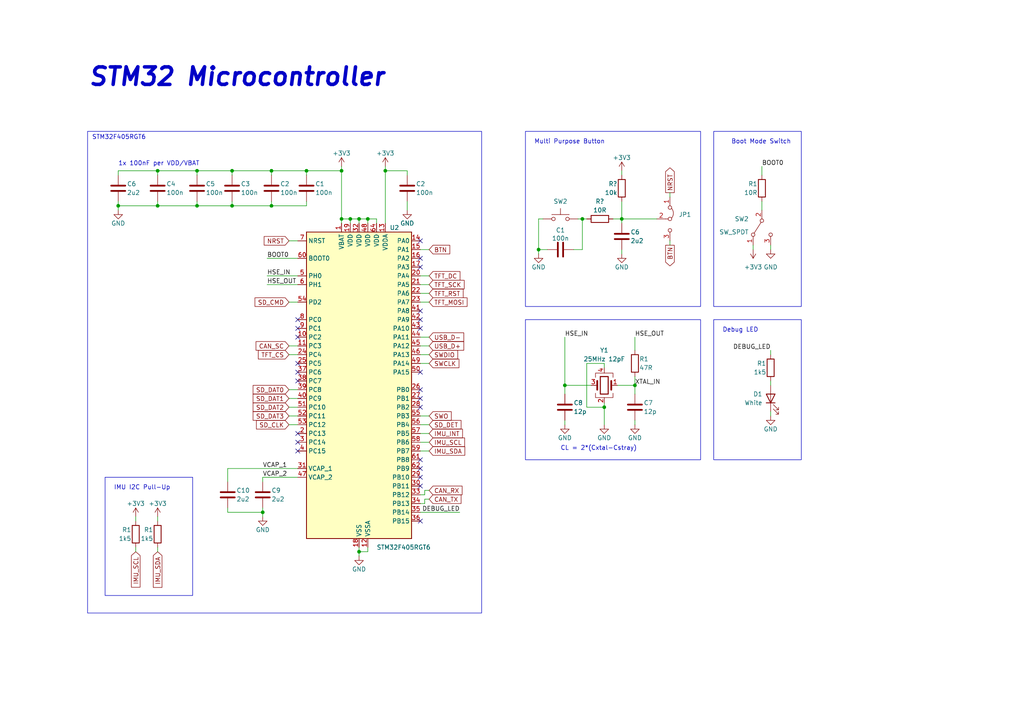
<source format=kicad_sch>
(kicad_sch (version 20230121) (generator eeschema)
  (paper "A4")
  (title_block (title "ST32 Microcontroller") (date "2023-08-02") (rev "R1") (company "s-grundner"))
  (lib_symbols
    (symbol "Device:C" (pin_numbers hide) (pin_names (offset 0.254))
      (property "Reference" "C" (at 0.635 2.54 0))
      (property "Value" "C" (at 0.635 -2.54 0))
      (symbol "C_0_1"
        (polyline (pts (xy -2.032 -0.762) (xy 2.032 -0.762)) (stroke (width 0.508)))
        (polyline (pts (xy -2.032 0.762) (xy 2.032 0.762)) (stroke (width 0.508)))
      )
      (symbol "C_1_1"
        (pin passive line (at 0 3.81 270) (length 2.794) (name "~") (number "1"))
        (pin passive line (at 0 -3.81 90) (length 2.794) (name "~") (number "2"))
      )
    )
    (symbol "Device:Crystal_GND24" (pin_names (offset 1.016) hide)
      (property "Reference" "Y" (at 3.175 5.08 0))
      (property "Value" "Crystal_GND24" (at 3.175 3.175 0))
      (symbol "Crystal_GND24_0_1"
        (rectangle (start -1.143 2.54) (end 1.143 -2.54) (stroke (width 0.3048)))
        (polyline (pts (xy -2.54 0) (xy -2.032 0)))
        (polyline (pts (xy -2.032 -1.27) (xy -2.032 1.27)) (stroke (width 0.508)))
        (polyline (pts (xy 0 -3.81) (xy 0 -3.556)))
        (polyline (pts (xy 0 3.556) (xy 0 3.81)))
        (polyline (pts (xy 2.032 -1.27) (xy 2.032 1.27)) (stroke (width 0.508)))
        (polyline (pts (xy 2.032 0) (xy 2.54 0)))
        (polyline (pts (xy -2.54 -2.286) (xy -2.54 -3.556) (xy 2.54 -3.556) (xy 2.54 -2.286)))
        (polyline (pts (xy -2.54 2.286) (xy -2.54 3.556) (xy 2.54 3.556) (xy 2.54 2.286)))
      )
      (symbol "Crystal_GND24_1_1"
        (pin passive line (at -3.81 0 0) (length 1.27) (name "1") (number "1"))
        (pin passive line (at 0 5.08 270) (length 1.27) (name "2") (number "2"))
        (pin passive line (at 3.81 0 180) (length 1.27) (name "3") (number "3"))
        (pin passive line (at 0 -5.08 90) (length 1.27) (name "4") (number "4"))
      )
    )
    (symbol "Device:LED" (pin_numbers hide) (pin_names (offset 1.016) hide)
      (property "Reference" "D" (at 0 2.54 0))
      (property "Value" "LED" (at 0 -2.54 0))
      (symbol "LED_0_1"
        (polyline (pts (xy -1.27 -1.27) (xy -1.27 1.27)) (stroke (width 0.254)))
        (polyline (pts (xy -1.27 0) (xy 1.27 0)))
        (polyline (pts (xy 1.27 -1.27) (xy 1.27 1.27) (xy -1.27 0) (xy 1.27 -1.27)) (stroke (width 0.254)))
        (polyline (pts (xy -3.048 -0.762) (xy -4.572 -2.286) (xy -3.81 -2.286) (xy -4.572 -2.286) (xy -4.572 -1.524)))
        (polyline (pts (xy -1.778 -0.762) (xy -3.302 -2.286) (xy -2.54 -2.286) (xy -3.302 -2.286) (xy -3.302 -1.524)))
      )
      (symbol "LED_1_1"
        (pin passive line (at -3.81 0 0) (length 2.54) (name "K") (number "1"))
        (pin passive line (at 3.81 0 180) (length 2.54) (name "A") (number "2"))
      )
    )
    (symbol "Device:R" (pin_numbers hide) (pin_names (offset 0))
      (property "Reference" "R" (at 2.032 0 90))
      (property "Value" "R" (at 0 0 90))
      (symbol "R_0_1"
        (rectangle (start -1.016 -2.54) (end 1.016 2.54) (stroke (width 0.254)))
      )
      (symbol "R_1_1"
        (pin passive line (at 0 3.81 270) (length 1.27) (name "~") (number "1"))
        (pin passive line (at 0 -3.81 90) (length 1.27) (name "~") (number "2"))
      )
    )
    (symbol "Jumper:Jumper_3_Bridged12" (pin_names (offset 0) hide)
      (property "Reference" "JP" (at -2.54 -2.54 0))
      (property "Value" "Jumper_3_Bridged12" (at 0 2.794 0))
      (symbol "Jumper_3_Bridged12_0_0"
        (circle (center -3.302 0) (radius 0.508))
        (circle (center 0 0) (radius 0.508))
        (circle (center 3.302 0) (radius 0.508))
      )
      (symbol "Jumper_3_Bridged12_0_1"
        (arc (start -0.254 0.508) (mid -1.651 0.9912) (end -3.048 0.508))
        (polyline (pts (xy 0 -1.27) (xy 0 -0.508)))
      )
      (symbol "Jumper_3_Bridged12_1_1"
        (pin passive line (at -6.35 0 0) (length 2.54) (name "A") (number "1"))
        (pin passive line (at 0 -3.81 90) (length 2.54) (name "C") (number "2"))
        (pin passive line (at 6.35 0 180) (length 2.54) (name "B") (number "3"))
      )
    )
    (symbol "MCU_ST_STM32F4:STM32F405RGTx"
      (property "Reference" "U" (at -15.24 46.99 0))
      (property "Value" "STM32F405RGTx" (at 10.16 46.99 0))
      (symbol "STM32F405RGTx_0_1"
        (rectangle (start -15.24 -43.18) (end 15.24 45.72) (stroke (width 0.254)) (fill (type background)))
      )
      (symbol "STM32F405RGTx_1_1"
        (pin power_in line (at -5.08 48.26 270) (length 2.54) (name "VBAT") (number "1"))
        (pin bidirectional line (at -17.78 15.24 0) (length 2.54) (name "PC2") (number "10"))
        (pin bidirectional line (at -17.78 12.7 0) (length 2.54) (name "PC3") (number "11"))
        (pin power_in line (at 2.54 -45.72 90) (length 2.54) (name "VSSA") (number "12"))
        (pin power_in line (at 7.62 48.26 270) (length 2.54) (name "VDDA") (number "13"))
        (pin bidirectional line (at 17.78 43.18 180) (length 2.54) (name "PA0") (number "14"))
        (pin bidirectional line (at 17.78 40.64 180) (length 2.54) (name "PA1") (number "15"))
        (pin bidirectional line (at 17.78 38.1 180) (length 2.54) (name "PA2") (number "16"))
        (pin bidirectional line (at 17.78 35.56 180) (length 2.54) (name "PA3") (number "17"))
        (pin power_in line (at 0 -45.72 90) (length 2.54) (name "VSS") (number "18"))
        (pin power_in line (at -2.54 48.26 270) (length 2.54) (name "VDD") (number "19"))
        (pin bidirectional line (at -17.78 -12.7 0) (length 2.54) (name "PC13") (number "2"))
        (pin bidirectional line (at 17.78 33.02 180) (length 2.54) (name "PA4") (number "20"))
        (pin bidirectional line (at 17.78 30.48 180) (length 2.54) (name "PA5") (number "21"))
        (pin bidirectional line (at 17.78 27.94 180) (length 2.54) (name "PA6") (number "22"))
        (pin bidirectional line (at 17.78 25.4 180) (length 2.54) (name "PA7") (number "23"))
        (pin bidirectional line (at -17.78 10.16 0) (length 2.54) (name "PC4") (number "24"))
        (pin bidirectional line (at -17.78 7.62 0) (length 2.54) (name "PC5") (number "25"))
        (pin bidirectional line (at 17.78 0 180) (length 2.54) (name "PB0") (number "26"))
        (pin bidirectional line (at 17.78 -2.54 180) (length 2.54) (name "PB1") (number "27"))
        (pin bidirectional line (at 17.78 -5.08 180) (length 2.54) (name "PB2") (number "28"))
        (pin bidirectional line (at 17.78 -25.4 180) (length 2.54) (name "PB10") (number "29"))
        (pin bidirectional line (at -17.78 -15.24 0) (length 2.54) (name "PC14") (number "3"))
        (pin bidirectional line (at 17.78 -27.94 180) (length 2.54) (name "PB11") (number "30"))
        (pin power_out line (at -17.78 -22.86 0) (length 2.54) (name "VCAP_1") (number "31"))
        (pin power_in line (at 0 48.26 270) (length 2.54) (name "VDD") (number "32"))
        (pin bidirectional line (at 17.78 -30.48 180) (length 2.54) (name "PB12") (number "33"))
        (pin bidirectional line (at 17.78 -33.02 180) (length 2.54) (name "PB13") (number "34"))
        (pin bidirectional line (at 17.78 -35.56 180) (length 2.54) (name "PB14") (number "35"))
        (pin bidirectional line (at 17.78 -38.1 180) (length 2.54) (name "PB15") (number "36"))
        (pin bidirectional line (at -17.78 5.08 0) (length 2.54) (name "PC6") (number "37"))
        (pin bidirectional line (at -17.78 2.54 0) (length 2.54) (name "PC7") (number "38"))
        (pin bidirectional line (at -17.78 0 0) (length 2.54) (name "PC8") (number "39"))
        (pin bidirectional line (at -17.78 -17.78 0) (length 2.54) (name "PC15") (number "4"))
        (pin bidirectional line (at -17.78 -2.54 0) (length 2.54) (name "PC9") (number "40"))
        (pin bidirectional line (at 17.78 22.86 180) (length 2.54) (name "PA8") (number "41"))
        (pin bidirectional line (at 17.78 20.32 180) (length 2.54) (name "PA9") (number "42"))
        (pin bidirectional line (at 17.78 17.78 180) (length 2.54) (name "PA10") (number "43"))
        (pin bidirectional line (at 17.78 15.24 180) (length 2.54) (name "PA11") (number "44"))
        (pin bidirectional line (at 17.78 12.7 180) (length 2.54) (name "PA12") (number "45"))
        (pin bidirectional line (at 17.78 10.16 180) (length 2.54) (name "PA13") (number "46"))
        (pin power_out line (at -17.78 -25.4 0) (length 2.54) (name "VCAP_2") (number "47"))
        (pin power_in line (at 2.54 48.26 270) (length 2.54) (name "VDD") (number "48"))
        (pin bidirectional line (at 17.78 7.62 180) (length 2.54) (name "PA14") (number "49"))
        (pin bidirectional line (at -17.78 33.02 0) (length 2.54) (name "PH0") (number "5"))
        (pin bidirectional line (at 17.78 5.08 180) (length 2.54) (name "PA15") (number "50"))
        (pin bidirectional line (at -17.78 -5.08 0) (length 2.54) (name "PC10") (number "51"))
        (pin bidirectional line (at -17.78 -7.62 0) (length 2.54) (name "PC11") (number "52"))
        (pin bidirectional line (at -17.78 -10.16 0) (length 2.54) (name "PC12") (number "53"))
        (pin bidirectional line (at -17.78 25.4 0) (length 2.54) (name "PD2") (number "54"))
        (pin bidirectional line (at 17.78 -7.62 180) (length 2.54) (name "PB3") (number "55"))
        (pin bidirectional line (at 17.78 -10.16 180) (length 2.54) (name "PB4") (number "56"))
        (pin bidirectional line (at 17.78 -12.7 180) (length 2.54) (name "PB5") (number "57"))
        (pin bidirectional line (at 17.78 -15.24 180) (length 2.54) (name "PB6") (number "58"))
        (pin bidirectional line (at 17.78 -17.78 180) (length 2.54) (name "PB7") (number "59"))
        (pin bidirectional line (at -17.78 30.48 0) (length 2.54) (name "PH1") (number "6"))
        (pin input line (at -17.78 38.1 0) (length 2.54) (name "BOOT0") (number "60"))
        (pin bidirectional line (at 17.78 -20.32 180) (length 2.54) (name "PB8") (number "61"))
        (pin bidirectional line (at 17.78 -22.86 180) (length 2.54) (name "PB9") (number "62"))
        (pin passive line (at 0 -45.72 90) (length 2.54) hide (name "VSS") (number "63"))
        (pin power_in line (at 5.08 48.26 270) (length 2.54) (name "VDD") (number "64"))
        (pin input line (at -17.78 43.18 0) (length 2.54) (name "NRST") (number "7"))
        (pin bidirectional line (at -17.78 20.32 0) (length 2.54) (name "PC0") (number "8"))
        (pin bidirectional line (at -17.78 17.78 0) (length 2.54) (name "PC1") (number "9"))
      )
    )
    (symbol "Switch:SW_Omron_B3FS" (pin_numbers hide) (pin_names (offset 1.016) hide)
      (property "Reference" "SW" (at 1.27 2.54 0))
      (property "Value" "SW_Omron_B3FS" (at 0 -1.524 0))
      (symbol "SW_Omron_B3FS_0_1"
        (circle (center -2.032 0) (radius 0.508))
        (polyline (pts (xy 0 1.27) (xy 0 3.048)))
        (polyline (pts (xy 2.54 1.27) (xy -2.54 1.27)))
        (circle (center 2.032 0) (radius 0.508))
        (pin passive line (at -5.08 0 0) (length 2.54) (name "1") (number "1"))
        (pin passive line (at 5.08 0 180) (length 2.54) (name "2") (number "2"))
      )
    )
    (symbol "Switch:SW_SPDT" (pin_names (offset 0) hide)
      (property "Reference" "SW" (at 0 4.318 0))
      (property "Value" "SW_SPDT" (at 0 -5.08 0))
      (symbol "SW_SPDT_0_0"
        (circle (center -2.032 0) (radius 0.508))
        (circle (center 2.032 -2.54) (radius 0.508))
      )
      (symbol "SW_SPDT_0_1"
        (polyline (pts (xy -1.524 0.254) (xy 1.651 2.286)))
        (circle (center 2.032 2.54) (radius 0.508))
      )
      (symbol "SW_SPDT_1_1"
        (pin passive line (at 5.08 2.54 180) (length 2.54) (name "A") (number "1"))
        (pin passive line (at -5.08 0 0) (length 2.54) (name "B") (number "2"))
        (pin passive line (at 5.08 -2.54 180) (length 2.54) (name "C") (number "3"))
      )
    )
    (symbol "power:+3V3" (power) (pin_names (offset 0))
      (property "Value" "+3V3" (at 0 3.556 0))
      (symbol "+3V3_0_1"
        (polyline (pts (xy -0.762 1.27) (xy 0 2.54)))
        (polyline (pts (xy 0 0) (xy 0 2.54)))
        (polyline (pts (xy 0 2.54) (xy 0.762 1.27)))
      )
      (symbol "+3V3_1_1"
        (pin power_in line (at 0 0 90) (length 0) hide (name "+3V3") (number "1"))
      )
    )
    (symbol "power:GND" (power) (pin_names (offset 0))
      (property "Value" "GND" (at 0 -3.81 0))
      (symbol "GND_0_1"
        (polyline (pts (xy 0 0) (xy 0 -1.27) (xy 1.27 -1.27) (xy 0 -2.54) (xy -1.27 -1.27) (xy 0 -1.27)))
      )
      (symbol "GND_1_1"
        (pin power_in line (at 0 0 270) (length 0) hide (name "GND") (number "1"))
      )
    )
  )
  (junction (at 76.2 148.59))
  (junction (at 163.83 111.76))
  (junction (at 156.21 72.39))
  (junction (at 168.91 63.5))
  (junction (at 78.74 59.69))
  (junction (at 99.06 49.53))
  (junction (at 88.9 49.53))
  (junction (at 67.31 49.53))
  (junction (at 45.72 49.53))
  (junction (at 180.34 63.5))
  (junction (at 45.72 59.69))
  (junction (at 78.74 49.53))
  (junction (at 104.14 63.5))
  (junction (at 106.68 63.5))
  (junction (at 57.15 49.53))
  (junction (at 104.14 160.02))
  (junction (at 67.31 59.69))
  (junction (at 184.15 111.76))
  (junction (at 34.29 59.69))
  (junction (at 111.76 49.53))
  (junction (at 99.06 63.5))
  (junction (at 57.15 59.69))
  (junction (at 175.26 118.11))
  (junction (at 101.6 63.5))
  (no_connect (at 121.92 135.89))
  (no_connect (at 86.36 128.27))
  (no_connect (at 121.92 113.03))
  (no_connect (at 86.36 95.25))
  (no_connect (at 86.36 107.95))
  (no_connect (at 121.92 115.57))
  (no_connect (at 86.36 110.49))
  (no_connect (at 86.36 130.81))
  (no_connect (at 121.92 138.43))
  (no_connect (at 121.92 118.11))
  (no_connect (at 121.92 107.95))
  (no_connect (at 121.92 140.97))
  (no_connect (at 121.92 151.13))
  (no_connect (at 121.92 92.71))
  (no_connect (at 121.92 95.25))
  (no_connect (at 86.36 92.71))
  (no_connect (at 86.36 97.79))
  (no_connect (at 86.36 125.73))
  (no_connect (at 121.92 77.47))
  (no_connect (at 121.92 74.93))
  (no_connect (at 121.92 69.85))
  (no_connect (at 121.92 90.17))
  (no_connect (at 121.92 133.35))
  (no_connect (at 86.36 105.41))
  (wire (pts (xy 124.46 80.01) (xy 121.92 80.01)))
  (wire (pts (xy 175.26 118.11) (xy 175.26 123.19)))
  (wire (pts (xy 66.04 148.59) (xy 76.2 148.59)))
  (wire (pts (xy 39.37 158.75) (xy 39.37 160.02)))
  (wire (pts (xy 34.29 59.69) (xy 34.29 58.42)))
  (wire (pts (xy 34.29 59.69) (xy 34.29 60.96)))
  (wire (pts (xy 123.19 142.24) (xy 123.19 143.51)))
  (wire (pts (xy 76.2 148.59) (xy 76.2 147.32)))
  (wire (pts (xy 88.9 58.42) (xy 88.9 59.69)))
  (wire (pts (xy 104.14 63.5) (xy 104.14 64.77)))
  (wire (pts (xy 45.72 58.42) (xy 45.72 59.69)))
  (wire (pts (xy 34.29 49.53) (xy 34.29 50.8)))
  (wire (pts (xy 194.31 55.88) (xy 194.31 57.15)))
  (wire (pts (xy 78.74 58.42) (xy 78.74 59.69)))
  (wire (pts (xy 124.46 97.79) (xy 121.92 97.79)))
  (wire (pts (xy 45.72 149.86) (xy 45.72 151.13)))
  (wire (pts (xy 184.15 111.76) (xy 184.15 114.3)))
  (wire (pts (xy 124.46 100.33) (xy 121.92 100.33)))
  (wire (pts (xy 45.72 49.53) (xy 34.29 49.53)))
  (wire (pts (xy 121.92 82.55) (xy 124.46 82.55)))
  (wire (pts (xy 104.14 160.02) (xy 106.68 160.02)))
  (wire (pts (xy 124.46 87.63) (xy 121.92 87.63)))
  (wire (pts (xy 109.22 63.5) (xy 109.22 64.77)))
  (wire (pts (xy 111.76 49.53) (xy 111.76 64.77)))
  (wire (pts (xy 175.26 105.41) (xy 175.26 106.68)))
  (wire (pts (xy 67.31 49.53) (xy 57.15 49.53)))
  (wire (pts (xy 194.31 71.12) (xy 194.31 69.85)))
  (wire (pts (xy 156.21 63.5) (xy 157.48 63.5)))
  (wire (pts (xy 220.98 48.26) (xy 220.98 50.8)))
  (wire (pts (xy 99.06 49.53) (xy 99.06 63.5)))
  (wire (pts (xy 106.68 158.75) (xy 106.68 160.02)))
  (wire (pts (xy 78.74 49.53) (xy 67.31 49.53)))
  (wire (pts (xy 57.15 59.69) (xy 45.72 59.69)))
  (wire (pts (xy 106.68 63.5) (xy 106.68 64.77)))
  (wire (pts (xy 175.26 116.84) (xy 175.26 118.11)))
  (wire (pts (xy 124.46 128.27) (xy 121.92 128.27)))
  (wire (pts (xy 111.76 48.26) (xy 111.76 49.53)))
  (wire (pts (xy 83.82 120.65) (xy 86.36 120.65)))
  (wire (pts (xy 156.21 72.39) (xy 156.21 73.66)))
  (wire (pts (xy 179.07 111.76) (xy 184.15 111.76)))
  (wire (pts (xy 163.83 111.76) (xy 163.83 114.3)))
  (wire (pts (xy 124.46 105.41) (xy 121.92 105.41)))
  (wire (pts (xy 124.46 120.65) (xy 121.92 120.65)))
  (wire (pts (xy 124.46 125.73) (xy 121.92 125.73)))
  (wire (pts (xy 83.82 115.57) (xy 86.36 115.57)))
  (wire (pts (xy 45.72 49.53) (xy 45.72 50.8)))
  (wire (pts (xy 39.37 149.86) (xy 39.37 151.13)))
  (wire (pts (xy 57.15 49.53) (xy 57.15 50.8)))
  (wire (pts (xy 177.8 63.5) (xy 180.34 63.5)))
  (wire (pts (xy 184.15 97.79) (xy 184.15 101.6)))
  (wire (pts (xy 83.82 87.63) (xy 86.36 87.63)))
  (wire (pts (xy 163.83 111.76) (xy 171.45 111.76)))
  (wire (pts (xy 66.04 135.89) (xy 86.36 135.89)))
  (wire (pts (xy 99.06 49.53) (xy 88.9 49.53)))
  (wire (pts (xy 57.15 58.42) (xy 57.15 59.69)))
  (wire (pts (xy 118.11 49.53) (xy 118.11 50.8)))
  (wire (pts (xy 163.83 97.79) (xy 163.83 111.76)))
  (wire (pts (xy 77.47 80.01) (xy 86.36 80.01)))
  (wire (pts (xy 99.06 48.26) (xy 99.06 49.53)))
  (wire (pts (xy 168.91 63.5) (xy 170.18 63.5)))
  (wire (pts (xy 218.44 72.39) (xy 218.44 71.12)))
  (wire (pts (xy 180.34 63.5) (xy 180.34 64.77)))
  (wire (pts (xy 77.47 74.93) (xy 86.36 74.93)))
  (wire (pts (xy 88.9 49.53) (xy 78.74 49.53)))
  (wire (pts (xy 104.14 63.5) (xy 106.68 63.5)))
  (wire (pts (xy 180.34 63.5) (xy 190.5 63.5)))
  (wire (pts (xy 106.68 63.5) (xy 109.22 63.5)))
  (wire (pts (xy 83.82 69.85) (xy 86.36 69.85)))
  (wire (pts (xy 57.15 49.53) (xy 45.72 49.53)))
  (wire (pts (xy 123.19 144.78) (xy 123.19 146.05)))
  (wire (pts (xy 124.46 144.78) (xy 123.19 144.78)))
  (wire (pts (xy 76.2 148.59) (xy 76.2 149.86)))
  (wire (pts (xy 223.52 119.38) (xy 223.52 120.65)))
  (wire (pts (xy 184.15 123.19) (xy 184.15 121.92)))
  (wire (pts (xy 83.82 100.33) (xy 86.36 100.33)))
  (wire (pts (xy 78.74 59.69) (xy 67.31 59.69)))
  (wire (pts (xy 123.19 146.05) (xy 121.92 146.05)))
  (wire (pts (xy 124.46 123.19) (xy 121.92 123.19)))
  (wire (pts (xy 83.82 123.19) (xy 86.36 123.19)))
  (wire (pts (xy 167.64 63.5) (xy 168.91 63.5)))
  (wire (pts (xy 67.31 49.53) (xy 67.31 50.8)))
  (wire (pts (xy 45.72 59.69) (xy 34.29 59.69)))
  (wire (pts (xy 88.9 49.53) (xy 88.9 50.8)))
  (wire (pts (xy 121.92 72.39) (xy 124.46 72.39)))
  (wire (pts (xy 67.31 58.42) (xy 67.31 59.69)))
  (wire (pts (xy 220.98 60.96) (xy 220.98 58.42)))
  (wire (pts (xy 66.04 147.32) (xy 66.04 148.59)))
  (wire (pts (xy 101.6 63.5) (xy 101.6 64.77)))
  (wire (pts (xy 170.18 118.11) (xy 175.26 118.11)))
  (wire (pts (xy 88.9 59.69) (xy 78.74 59.69)))
  (wire (pts (xy 101.6 63.5) (xy 104.14 63.5)))
  (wire (pts (xy 123.19 143.51) (xy 121.92 143.51)))
  (wire (pts (xy 104.14 160.02) (xy 104.14 161.29)))
  (wire (pts (xy 83.82 113.03) (xy 86.36 113.03)))
  (wire (pts (xy 118.11 58.42) (xy 118.11 60.96)))
  (wire (pts (xy 66.04 139.7) (xy 66.04 135.89)))
  (wire (pts (xy 158.75 72.39) (xy 156.21 72.39)))
  (wire (pts (xy 76.2 138.43) (xy 86.36 138.43)))
  (wire (pts (xy 184.15 109.22) (xy 184.15 111.76)))
  (wire (pts (xy 83.82 118.11) (xy 86.36 118.11)))
  (wire (pts (xy 170.18 118.11) (xy 170.18 105.41)))
  (wire (pts (xy 223.52 110.49) (xy 223.52 111.76)))
  (wire (pts (xy 156.21 63.5) (xy 156.21 72.39)))
  (wire (pts (xy 78.74 49.53) (xy 78.74 50.8)))
  (wire (pts (xy 104.14 158.75) (xy 104.14 160.02)))
  (wire (pts (xy 223.52 72.39) (xy 223.52 71.12)))
  (wire (pts (xy 163.83 121.92) (xy 163.83 123.19)))
  (wire (pts (xy 76.2 139.7) (xy 76.2 138.43)))
  (wire (pts (xy 99.06 63.5) (xy 101.6 63.5)))
  (wire (pts (xy 45.72 158.75) (xy 45.72 160.02)))
  (wire (pts (xy 166.37 72.39) (xy 168.91 72.39)))
  (wire (pts (xy 180.34 58.42) (xy 180.34 63.5)))
  (wire (pts (xy 223.52 102.87) (xy 223.52 101.6)))
  (wire (pts (xy 180.34 72.39) (xy 180.34 73.66)))
  (wire (pts (xy 180.34 49.53) (xy 180.34 50.8)))
  (wire (pts (xy 124.46 102.87) (xy 121.92 102.87)))
  (wire (pts (xy 83.82 102.87) (xy 86.36 102.87)))
  (wire (pts (xy 170.18 105.41) (xy 175.26 105.41)))
  (wire (pts (xy 124.46 142.24) (xy 123.19 142.24)))
  (wire (pts (xy 99.06 63.5) (xy 99.06 64.77)))
  (wire (pts (xy 67.31 59.69) (xy 57.15 59.69)))
  (wire (pts (xy 77.47 82.55) (xy 86.36 82.55)))
  (wire (pts (xy 111.76 49.53) (xy 118.11 49.53)))
  (wire (pts (xy 168.91 63.5) (xy 168.91 72.39)))
  (wire (pts (xy 124.46 130.81) (xy 121.92 130.81)))
  (wire (pts (xy 124.46 85.09) (xy 121.92 85.09)))
  (wire (pts (xy 133.35 148.59) (xy 121.92 148.59)))
  (rectangle (start 30.48 138.43) (end 55.88 172.72))
  (rectangle (start 152.4 38.1) (end 203.2 88.9))
  (rectangle (start 207.01 38.1) (end 232.41 88.9))
  (rectangle (start 207.01 92.71) (end 232.41 133.35))
  (rectangle (start 25.4 38.1) (end 139.7 177.8))
  (rectangle (start 152.4 92.71) (end 203.2 133.35))
  (text "STM32F405RGT6" (at 26.67 40.64 0) (effects (font (size 1.27 1.27)) (justify left bottom)))
  (text "Multi Purpose Button" (at 154.94 41.91 0) (effects (font (size 1.27 1.27)) (justify left bottom)))
  (text "1x 100nF per VDD/VBAT" (at 34.29 48.26 0) (effects (font (size 1.27 1.27)) (justify left bottom)))
  (text "IMU I2C Pull-Up\n" (at 33.02 142.24 0) (effects (font (size 1.27 1.27)) (justify left bottom)))
  (text "STM32 Microcontroller" (at 25.4 25.4 0) (effects (font (size 5.08 5.08) (thickness 1.016) bold italic) (justify left bottom)))
  (text "Debug LED" (at 209.55 96.52 0) (effects (font (size 1.27 1.27)) (justify left bottom)))
  (text "CL = 2*(Cxtal-Cstray)" (at 162.56 130.81 0) (effects (font (size 1.27 1.27)) (justify left bottom)))
  (text "Boot Mode Switch" (at 212.09 41.91 0) (effects (font (size 1.27 1.27)) (justify left bottom)))
  (label "DEBUG_LED" (at 223.52 101.6 180))
  (label "BOOT0" (at 77.47 74.93 0))
  (label "HSE_IN" (at 77.47 80.01 0))
  (label "XTAL_IN" (at 184.15 111.76 0))
  (label "HSE_OUT" (at 77.47 82.55 0))
  (label "VCAP_2" (at 76.2 138.43 0))
  (label "HSE_OUT" (at 184.15 97.79 0))
  (label "DEBUG_LED" (at 133.35 148.59 180))
  (label "VCAP_1" (at 76.2 135.89 0))
  (label "HSE_IN" (at 163.83 97.79 0))
  (label "BOOT0" (at 220.98 48.26 0))
  (global_label "CAN_TX" (shape input) (at 124.46 144.78 0) (property "Intersheetrefs" "${INTERSHEET_REFS}" (effects hide)))
  (global_label "SD_CLK" (shape input) (at 83.82 123.19 180) (property "Intersheetrefs" "${INTERSHEET_REFS}" (effects hide)))
  (global_label "TFT_SCK" (shape input) (at 124.46 82.55 0) (property "Intersheetrefs" "${INTERSHEET_REFS}" (effects hide)))
  (global_label "SD_DAT0" (shape input) (at 83.82 113.03 180) (property "Intersheetrefs" "${INTERSHEET_REFS}" (effects hide)))
  (global_label "TFT_MOSI" (shape input) (at 124.46 87.63 0) (property "Intersheetrefs" "${INTERSHEET_REFS}" (effects hide)))
  (global_label "SD_DAT1" (shape input) (at 83.82 115.57 180) (property "Intersheetrefs" "${INTERSHEET_REFS}" (effects hide)))
  (global_label "TFT_RST" (shape input) (at 124.46 85.09 0) (property "Intersheetrefs" "${INTERSHEET_REFS}" (effects hide)))
  (global_label "USB_D+" (shape input) (at 124.46 100.33 0) (property "Intersheetrefs" "${INTERSHEET_REFS}" (effects hide)))
  (global_label "SD_DAT2" (shape input) (at 83.82 118.11 180) (property "Intersheetrefs" "${INTERSHEET_REFS}" (effects hide)))
  (global_label "SWCLK" (shape input) (at 124.46 105.41 0) (property "Intersheetrefs" "${INTERSHEET_REFS}" (effects hide)))
  (global_label "SD_DAT3" (shape input) (at 83.82 120.65 180) (property "Intersheetrefs" "${INTERSHEET_REFS}" (effects hide)))
  (global_label "SD_DET" (shape input) (at 124.46 123.19 0) (property "Intersheetrefs" "${INTERSHEET_REFS}" (effects hide)))
  (global_label "NRST" (shape output) (at 194.31 55.88 90) (property "Intersheetrefs" "${INTERSHEET_REFS}" (effects hide)))
  (global_label "SWDIO" (shape input) (at 124.46 102.87 0) (property "Intersheetrefs" "${INTERSHEET_REFS}" (effects hide)))
  (global_label "CAN_SC" (shape input) (at 83.82 100.33 180) (property "Intersheetrefs" "${INTERSHEET_REFS}" (effects hide)))
  (global_label "NRST" (shape input) (at 83.82 69.85 180) (property "Intersheetrefs" "${INTERSHEET_REFS}" (effects hide)))
  (global_label "SWO" (shape input) (at 124.46 120.65 0) (property "Intersheetrefs" "${INTERSHEET_REFS}" (effects hide)))
  (global_label "BTN" (shape output) (at 194.31 71.12 270) (property "Intersheetrefs" "${INTERSHEET_REFS}" (effects hide)))
  (global_label "USB_D-" (shape input) (at 124.46 97.79 0) (property "Intersheetrefs" "${INTERSHEET_REFS}" (effects hide)))
  (global_label "TFT_CS" (shape input) (at 83.82 102.87 180) (property "Intersheetrefs" "${INTERSHEET_REFS}" (effects hide)))
  (global_label "SD_CMD" (shape input) (at 83.82 87.63 180) (property "Intersheetrefs" "${INTERSHEET_REFS}" (effects hide)))
  (global_label "IMU_SDA" (shape input) (at 124.46 130.81 0) (property "Intersheetrefs" "${INTERSHEET_REFS}" (effects hide)))
  (global_label "CAN_RX" (shape input) (at 124.46 142.24 0) (property "Intersheetrefs" "${INTERSHEET_REFS}" (effects hide)))
  (global_label "IMU_SCL" (shape input) (at 124.46 128.27 0) (property "Intersheetrefs" "${INTERSHEET_REFS}" (effects hide)))
  (global_label "IMU_SDA" (shape input) (at 45.72 160.02 270) (property "Intersheetrefs" "${INTERSHEET_REFS}" (effects hide)))
  (global_label "IMU_INT" (shape input) (at 124.46 125.73 0) (property "Intersheetrefs" "${INTERSHEET_REFS}" (effects hide)))
  (global_label "BTN" (shape input) (at 124.46 72.39 0) (property "Intersheetrefs" "${INTERSHEET_REFS}" (effects hide)))
  (global_label "IMU_SCL" (shape input) (at 39.37 160.02 270) (property "Intersheetrefs" "${INTERSHEET_REFS}" (effects hide)))
  (global_label "TFT_DC" (shape input) (at 124.46 80.01 0) (property "Intersheetrefs" "${INTERSHEET_REFS}" (effects hide)))
  (symbol (lib_id "Device:R") (at 39.37 154.94 180) (unit 1)
    (property "Reference" "R1" (at 38.1 153.67 0) (effects (justify left)))
    (property "Value" "1k5" (at 38.1 156.21 0) (effects (justify left)))
    (property "Footprint" "Resistor_SMD:R_0402_1005Metric" (effects hide))
    (property "LCSC Part #" "C25867" (effects hide))
    (instances (project "STM32F4_HexGauge_V3" (path "" (reference "R1") (unit 1)) (path "" (reference "R6") (unit 1))))
  )
  (symbol (lib_id "Device:C") (at 45.72 54.61 0) (unit 1)
    (property "Reference" "C4" (at 48.26 53.34 0) (effects (justify left)))
    (property "Value" "100n" (at 48.26 55.88 0) (effects (justify left)))
    (property "Footprint" "Capacitor_SMD:C_0402_1005Metric" (effects hide))
    (property "LCSC Part #" "C1525" (effects hide))
    (instances (project "STM32F4_HexGauge_V3" (path "" (reference "C4") (unit 1)) (path "" (reference "C2") (unit 1))))
  )
  (symbol (lib_id "Switch:SW_SPDT") (at 220.98 66.04 90) (mirror x) (unit 1)
    (property "Reference" "SW2" (at 217.17 63.5 90) (effects (justify left)))
    (property "Value" "SW_SPDT" (at 217.17 67.31 90) (effects (justify left)))
    (property "Footprint" "Button_Switch_SMD:SW_SPDT_PCM12" (effects hide))
    (property "Datasheet" "https://datasheet.lcsc.com/lcsc/1912111437_C-K-PCM12SMTR_C221841.pdf" (effects hide))
    (property "LCSC Part #" "C221841" (effects hide))
  )
  (symbol (lib_id "Device:C") (at 76.2 143.51 0) (unit 1)
    (property "Reference" "C9" (at 78.74 142.24 0) (effects (justify left)))
    (property "Value" "2u2" (at 78.74 144.78 0) (effects (justify left)))
    (property "Footprint" "Capacitor_SMD:C_0603_1608Metric" (effects hide))
    (property "LCSC Part #" "C23630" (effects hide))
    (instances (project "STM32F4_HexGauge_V3" (path "" (reference "C9") (unit 1)) (path "" (reference "C13") (unit 1))))
  )
  (symbol (lib_id "power:GND") (at 223.52 120.65 0) (unit 1)
    (property "Reference" "#PWR010" (effects hide))
    (property "Value" "GND" (at 223.52 124.46 0))
  )
  (symbol (lib_id "power:+3V3") (at 45.72 149.86 0) (mirror y) (unit 1)
    (property "Reference" "#PWR01" (effects hide))
    (property "Value" "+3V3" (at 45.72 146.05 0))
    (instances (project "STM32F4_HexGauge_V3" (path "" (reference "#PWR01") (unit 1)) (path "" (reference "#PWR015") (unit 1))))
  )
  (symbol (lib_id "Device:C") (at 57.15 54.61 0) (unit 1)
    (property "Reference" "C5" (at 59.69 53.34 0) (effects (justify left)))
    (property "Value" "100n" (at 59.69 55.88 0) (effects (justify left)))
    (property "Footprint" "Capacitor_SMD:C_0402_1005Metric" (effects hide))
    (property "LCSC Part #" "C1525" (effects hide))
    (instances (project "STM32F4_HexGauge_V3" (path "" (reference "C5") (unit 1)) (path "" (reference "C3") (unit 1))))
  )
  (symbol (lib_id "Switch:SW_Omron_B3FS") (at 162.56 63.5 0) (unit 1)
    (property "Reference" "SW2" (at 162.56 58.42 0))
    (property "Value" "SW_Panasonic_EVQPUC" (effects hide))
    (property "Footprint" "Button_Switch_SMD:Panasonic_EVQPUL_EVQPUC" (effects hide))
    (property "Datasheet" "https://datasheet.lcsc.com/lcsc/2304140030_PANASONIC-EVQPUC02K_C79174.pdf" (effects hide))
    (property "LCSC Part #" "C79174" (effects hide))
    (instances (project "STM32F4_HexGauge_V3" (path "" (reference "SW2") (unit 1)) (path "" (reference "SW1") (unit 1))))
  )
  (symbol (lib_id "power:+3V3") (at 218.44 72.39 180) (unit 1)
    (property "Reference" "#PWR01" (effects hide))
    (property "Value" "+3V3" (at 218.44 77.47 0))
    (instances (project "STM32F4_HexGauge_V3" (path "" (reference "#PWR01") (unit 1)) (path "" (reference "#PWR06") (unit 1))))
  )
  (symbol (lib_id "power:GND") (at 76.2 149.86 0) (unit 1)
    (property "Reference" "#PWR010" (effects hide))
    (property "Value" "GND" (at 76.2 153.67 0))
    (instances (project "STM32F4_HexGauge_V3" (path "" (reference "#PWR010") (unit 1)) (path "" (reference "#PWR016") (unit 1))))
  )
  (symbol (lib_id "MCU_ST_STM32F4:STM32F405RGTx") (at 104.14 113.03 0) (unit 1)
    (property "Reference" "U2" (at 113.03 66.04 0) (effects (justify left)))
    (property "Value" "STM32F405RGT6" (at 109.22 158.75 0) (effects (justify left)))
    (property "Footprint" "Package_QFP:LQFP-64_10x10mm_P0.5mm" (effects hide))
    (property "Datasheet" "https://www.st.com/resource/en/datasheet/stm32f405rg.pdf" (effects hide))
    (property "LCSC Part #" "C15742" (effects hide))
    (instances (project "STM32F4_HexGauge_V3" (path "" (reference "U2") (unit 1)) (path "" (reference "U1") (unit 1))))
  )
  (symbol (lib_id "power:+3V3") (at 180.34 49.53 0) (unit 1)
    (property "Reference" "#PWR044" (effects hide))
    (property "Value" "+3V3" (at 180.34 45.72 0))
    (instances (project "STM32F4_HexGauge_V3" (path "" (reference "#PWR044") (unit 1)) (path "" (reference "#PWR03") (unit 1))))
  )
  (symbol (lib_id "Device:C") (at 78.74 54.61 0) (unit 1)
    (property "Reference" "C2" (at 81.28 53.34 0) (effects (justify left)))
    (property "Value" "100n" (at 81.28 55.88 0) (effects (justify left)))
    (property "Footprint" "Capacitor_SMD:C_0402_1005Metric" (effects hide))
    (property "LCSC Part #" "C1525" (effects hide))
    (instances (project "STM32F4_HexGauge_V3" (path "" (reference "C2") (unit 1)) (path "" (reference "C5") (unit 1))))
  )
  (symbol (lib_id "Device:R") (at 173.99 63.5 270) (unit 1)
    (property "Reference" "R?" (at 173.99 58.42 90))
    (property "Value" "10R" (at 173.99 60.96 90))
    (property "Footprint" "Resistor_SMD:R_0402_1005Metric" (effects hide))
    (property "LCSC Part #" "C25077" (effects hide))
    (instances (project "CTN" (path "" (reference "R?") (unit 1))) (project "STM32F4_HexGauge_V3" (path "" (reference "R17") (unit 1)) (path "" (reference "R3") (unit 1))) (project "FastHexGauge" (path "" (reference "R4") (unit 1)) (path "" (reference "R6") (unit 1))))
  )
  (symbol (lib_id "power:GND") (at 163.83 123.19 0) (unit 1)
    (property "Reference" "#PWR011" (effects hide))
    (property "Value" "GND" (at 163.83 127 0))
  )
  (symbol (lib_id "Device:Crystal_GND24") (at 175.26 111.76 180) (unit 1)
    (property "Reference" "Y1" (at 175.26 101.6 0))
    (property "Value" "25MHz 12pF" (at 175.26 104.14 0))
    (property "Footprint" "Crystal:Crystal_SMD_3225-4Pin_3.2x2.5mm" (effects hide))
    (property "Datasheet" "https://datasheet.lcsc.com/lcsc/2304140030_Yangxing-Tech-X322525MOB4SI_C9006.pdf" (effects hide))
    (property "LCSC Part #" "C9006" (effects hide))
  )
  (symbol (lib_id "Device:C") (at 66.04 143.51 0) (unit 1)
    (property "Reference" "C10" (at 68.58 142.24 0) (effects (justify left)))
    (property "Value" "2u2" (at 68.58 144.78 0) (effects (justify left)))
    (property "Footprint" "Capacitor_SMD:C_0603_1608Metric" (effects hide))
    (property "LCSC Part #" "C23630" (effects hide))
    (instances (project "STM32F4_HexGauge_V3" (path "" (reference "C10") (unit 1)) (path "" (reference "C12") (unit 1))))
  )
  (symbol (lib_id "Device:C") (at 118.11 54.61 0) (unit 1)
    (property "Reference" "C2" (at 120.65 53.34 0) (effects (justify left)))
    (property "Value" "100n" (at 120.65 55.88 0) (effects (justify left)))
    (property "Footprint" "Capacitor_SMD:C_0402_1005Metric" (effects hide))
    (property "LCSC Part #" "C1525" (effects hide))
    (instances (project "STM32F4_HexGauge_V3" (path "" (reference "C2") (unit 1)) (path "" (reference "C7") (unit 1))))
  )
  (symbol (lib_id "Device:C") (at 180.34 68.58 0) (unit 1)
    (property "Reference" "C6" (at 182.88 67.31 0) (effects (justify left)))
    (property "Value" "2u2" (at 182.88 69.85 0) (effects (justify left)))
    (property "Footprint" "Capacitor_SMD:C_0603_1608Metric" (effects hide))
    (property "LCSC Part #" "C23630" (effects hide))
    (instances (project "STM32F4_HexGauge_V3" (path "" (reference "C6") (unit 1)) (path "" (reference "C8") (unit 1)) (path "" (reference "C11") (unit 1)) (path "" (reference "C27") (unit 1))))
  )
  (symbol (lib_id "Device:R") (at 180.34 54.61 0) (unit 1)
    (property "Reference" "R?" (at 179.07 53.34 0) (effects (justify right)))
    (property "Value" "10k" (at 179.07 55.88 0) (effects (justify right)))
    (property "Footprint" "Resistor_SMD:R_0402_1005Metric" (effects hide))
    (property "LCSC Part #" "C25744" (effects hide))
    (instances (project "CTN" (path "" (reference "R?") (unit 1))) (project "STM32F4_HexGauge_V3" (path "" (reference "R16") (unit 1)) (path "" (reference "R1") (unit 1))) (project "FastHexGauge" (path "" (reference "R4") (unit 1)) (path "" (reference "R6") (unit 1))))
  )
  (symbol (lib_id "Device:LED") (at 223.52 115.57 90) (unit 1)
    (property "Reference" "D1" (at 218.44 114.3 90) (effects (justify right)))
    (property "Value" "White" (at 215.9 116.84 90) (effects (justify right)))
    (property "Footprint" "LED_SMD:LED_0603_1608Metric" (effects hide))
    (property "LCSC Part #" "C2290" (effects hide))
  )
  (symbol (lib_id "Device:R") (at 220.98 54.61 180) (unit 1)
    (property "Reference" "R1" (at 219.71 53.34 0) (effects (justify left)))
    (property "Value" "10R" (at 219.71 55.88 0) (effects (justify left)))
    (property "Footprint" "Resistor_SMD:R_0402_1005Metric" (effects hide))
    (property "LCSC Part #" "C25077" (effects hide))
    (instances (project "STM32F4_HexGauge_V3" (path "" (reference "R1") (unit 1)) (path "" (reference "R2") (unit 1))))
  )
  (symbol (lib_id "Jumper:Jumper_3_Bridged12") (at 194.31 63.5 270) (unit 1)
    (property "Reference" "JP1" (at 196.85 62.23 90) (effects (justify left)))
    (property "Value" "Jumper_3_Bridged12" (effects hide))
    (property "Footprint" "Jumper:SolderJumper-3_P1.3mm_Open_RoundedPad1.0x1.5mm" (effects hide))
  )
  (symbol (lib_id "Device:R") (at 45.72 154.94 180) (unit 1)
    (property "Reference" "R1" (at 44.45 153.67 0) (effects (justify left)))
    (property "Value" "1k5" (at 44.45 156.21 0) (effects (justify left)))
    (property "Footprint" "Resistor_SMD:R_0402_1005Metric" (effects hide))
    (property "LCSC Part #" "C25867" (effects hide))
    (instances (project "STM32F4_HexGauge_V3" (path "" (reference "R1") (unit 1)) (path "" (reference "R7") (unit 1))))
  )
  (symbol (lib_id "Device:C") (at 67.31 54.61 0) (unit 1)
    (property "Reference" "C3" (at 69.85 53.34 0) (effects (justify left)))
    (property "Value" "100n" (at 69.85 55.88 0) (effects (justify left)))
    (property "Footprint" "Capacitor_SMD:C_0402_1005Metric" (effects hide))
    (property "LCSC Part #" "C1525" (effects hide))
    (instances (project "STM32F4_HexGauge_V3" (path "" (reference "C3") (unit 1)) (path "" (reference "C4") (unit 1))))
  )
  (symbol (lib_id "power:GND") (at 156.21 73.66 0) (unit 1)
    (property "Reference" "#PWR049" (effects hide))
    (property "Value" "GND" (at 156.21 77.47 0))
    (instances (project "STM32F4_HexGauge_V3" (path "" (reference "#PWR049") (unit 1)) (path "" (reference "#PWR08") (unit 1))))
  )
  (symbol (lib_id "power:GND") (at 184.15 123.19 0) (unit 1)
    (property "Reference" "#PWR012" (effects hide))
    (property "Value" "GND" (at 184.15 127 0))
    (instances (project "STM32F4_HexGauge_V3" (path "" (reference "#PWR012") (unit 1)) (path "" (reference "#PWR013") (unit 1))))
  )
  (symbol (lib_id "power:+3V3") (at 39.37 149.86 0) (unit 1)
    (property "Reference" "#PWR01" (effects hide))
    (property "Value" "+3V3" (at 39.37 146.05 0))
    (instances (project "STM32F4_HexGauge_V3" (path "" (reference "#PWR01") (unit 1)) (path "" (reference "#PWR014") (unit 1))))
  )
  (symbol (lib_id "power:GND") (at 104.14 161.29 0) (unit 1)
    (property "Reference" "#PWR05" (effects hide))
    (property "Value" "GND" (at 104.14 165.1 0))
    (instances (project "STM32F4_HexGauge_V3" (path "" (reference "#PWR05") (unit 1)) (path "" (reference "#PWR017") (unit 1))))
  )
  (symbol (lib_id "Device:C") (at 88.9 54.61 0) (unit 1)
    (property "Reference" "C1" (at 91.44 53.34 0) (effects (justify left)))
    (property "Value" "100n" (at 91.44 55.88 0) (effects (justify left)))
    (property "Footprint" "Capacitor_SMD:C_0402_1005Metric" (effects hide))
    (property "LCSC Part #" "C1525" (effects hide))
    (instances (project "STM32F4_HexGauge_V3" (path "" (reference "C1") (unit 1)) (path "" (reference "C6") (unit 1))))
  )
  (symbol (lib_id "Device:R") (at 223.52 106.68 180) (unit 1)
    (property "Reference" "R1" (at 222.25 105.41 0) (effects (justify left)))
    (property "Value" "1k5" (at 222.25 107.95 0) (effects (justify left)))
    (property "Footprint" "Resistor_SMD:R_0402_1005Metric" (effects hide))
    (property "LCSC Part #" "C25867" (effects hide))
    (instances (project "STM32F4_HexGauge_V3" (path "" (reference "R1") (unit 1)) (path "" (reference "R5") (unit 1))))
  )
  (symbol (lib_id "Device:C") (at 34.29 54.61 0) (unit 1)
    (property "Reference" "C6" (at 36.83 53.34 0) (effects (justify left)))
    (property "Value" "2u2" (at 36.83 55.88 0) (effects (justify left)))
    (property "Footprint" "Capacitor_SMD:C_0603_1608Metric" (effects hide))
    (property "LCSC Part #" "C23630" (effects hide))
    (instances (project "STM32F4_HexGauge_V3" (path "" (reference "C6") (unit 1)) (path "" (reference "C1") (unit 1))))
  )
  (symbol (lib_id "power:GND") (at 175.26 123.19 0) (unit 1)
    (property "Reference" "#PWR04" (effects hide))
    (property "Value" "GND" (at 175.26 127 0))
    (instances (project "STM32F4_HexGauge_V3" (path "" (reference "#PWR04") (unit 1)) (path "" (reference "#PWR012") (unit 1))))
  )
  (symbol (lib_id "Device:C") (at 163.83 118.11 0) (unit 1)
    (property "Reference" "C8" (at 166.37 116.84 0) (effects (justify left)))
    (property "Value" "12p" (at 166.37 119.38 0) (effects (justify left)))
    (property "Footprint" "Capacitor_SMD:C_0402_1005Metric" (effects hide))
    (property "LCSC Part #" "C1547" (effects hide))
    (instances (project "STM32F4_HexGauge_V3" (path "" (reference "C8") (unit 1)) (path "" (reference "C10") (unit 1))))
  )
  (symbol (lib_id "power:GND") (at 223.52 72.39 0) (unit 1)
    (property "Reference" "#PWR012" (effects hide))
    (property "Value" "GND" (at 223.52 77.47 0))
    (instances (project "STM32F4_HexGauge_V3" (path "" (reference "#PWR012") (unit 1)) (path "" (reference "#PWR07") (unit 1))))
  )
  (symbol (lib_id "Device:C") (at 162.56 72.39 270) (unit 1)
    (property "Reference" "C1" (at 162.56 66.04 90) (effects (justify top)))
    (property "Value" "100n" (at 162.56 69.85 90) (effects (justify bottom)))
    (property "Footprint" "Capacitor_SMD:C_0402_1005Metric" (effects hide))
    (property "LCSC Part #" "C1525" (effects hide))
    (instances (project "STM32F4_HexGauge_V3" (path "" (reference "C1") (unit 1)) (path "" (reference "C9") (unit 1)) (path "" (reference "C12") (unit 1)) (path "" (reference "C28") (unit 1))))
  )
  (symbol (lib_id "power:+3V3") (at 111.76 48.26 0) (unit 1)
    (property "Reference" "#PWR01" (effects hide))
    (property "Value" "+3V3" (at 111.76 44.45 0))
    (instances (project "STM32F4_HexGauge_V3" (path "" (reference "#PWR01") (unit 1)) (path "" (reference "#PWR02") (unit 1))))
  )
  (symbol (lib_id "power:+3V3") (at 99.06 48.26 0) (unit 1)
    (property "Reference" "#PWR01" (effects hide))
    (property "Value" "+3V3" (at 99.06 44.45 0))
  )
  (symbol (lib_id "power:GND") (at 34.29 60.96 0) (unit 1)
    (property "Reference" "#PWR03" (effects hide))
    (property "Value" "GND" (at 34.29 64.77 0))
    (instances (project "STM32F4_HexGauge_V3" (path "" (reference "#PWR03") (unit 1)) (path "" (reference "#PWR04") (unit 1))))
  )
  (symbol (lib_id "power:GND") (at 180.34 73.66 0) (unit 1)
    (property "Reference" "#PWR050" (effects hide))
    (property "Value" "GND" (at 180.34 77.47 0))
    (instances (project "STM32F4_HexGauge_V3" (path "" (reference "#PWR050") (unit 1)) (path "" (reference "#PWR09") (unit 1))))
  )
  (symbol (lib_id "Device:R") (at 184.15 105.41 180) (unit 1)
    (property "Reference" "R1" (at 185.42 104.14 0) (effects (justify right)))
    (property "Value" "47R" (at 185.42 106.68 0) (effects (justify right)))
    (property "Footprint" "Resistor_SMD:R_0402_1005Metric" (effects hide))
    (property "LCSC Part #" "C25118" (effects hide))
    (instances (project "STM32F4_HexGauge_V3" (path "" (reference "R1") (unit 1)) (path "" (reference "R4") (unit 1))))
  )
  (symbol (lib_id "power:GND") (at 118.11 60.96 0) (unit 1)
    (property "Reference" "#PWR05" (effects hide))
    (property "Value" "GND" (at 118.11 64.77 0))
  )
  (symbol (lib_id "Device:C") (at 184.15 118.11 0) (unit 1)
    (property "Reference" "C7" (at 186.69 116.84 0) (effects (justify left)))
    (property "Value" "12p" (at 186.69 119.38 0) (effects (justify left)))
    (property "Footprint" "Capacitor_SMD:C_0402_1005Metric" (effects hide))
    (property "LCSC Part #" "C1547" (effects hide))
    (instances (project "STM32F4_HexGauge_V3" (path "" (reference "C7") (unit 1)) (path "" (reference "C11") (unit 1))))
  )
)
</source>
